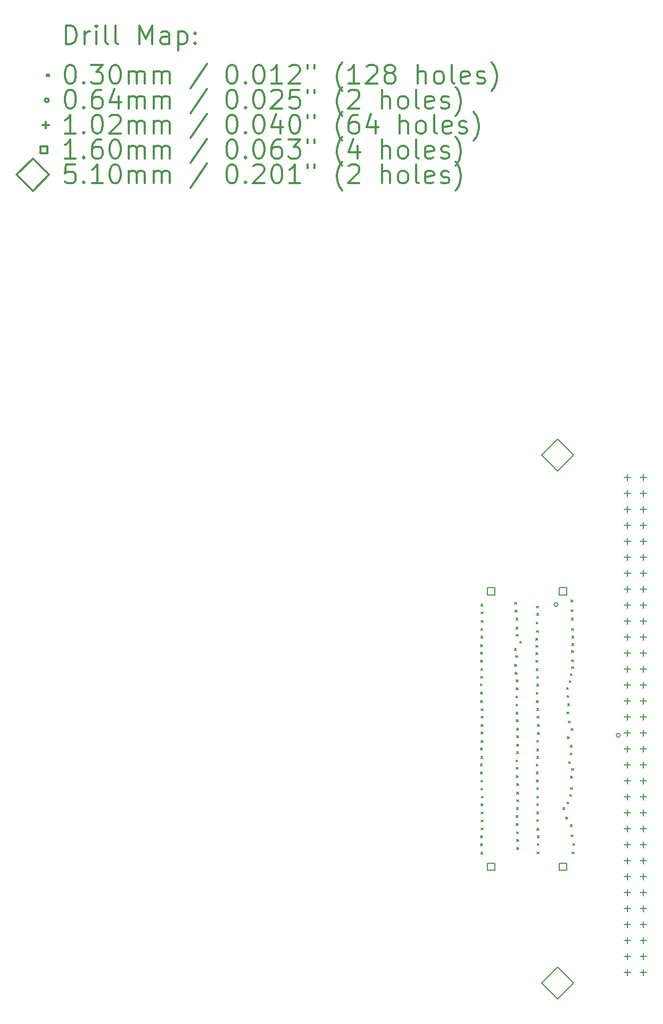
<source format=gbr>
%FSLAX45Y45*%
G04 Gerber Fmt 4.5, Leading zero omitted, Abs format (unit mm)*
G04 Created by KiCad (PCBNEW 4.0.4-stable) date 11/09/16 23:44:36*
%MOMM*%
%LPD*%
G01*
G04 APERTURE LIST*
%ADD10C,0.127000*%
%ADD11C,0.200000*%
%ADD12C,0.300000*%
G04 APERTURE END LIST*
D10*
D11*
X267000Y-4442000D02*
X297000Y-4472000D01*
X297000Y-4442000D02*
X267000Y-4472000D01*
X267000Y-5713000D02*
X297000Y-5743000D01*
X297000Y-5713000D02*
X267000Y-5743000D01*
X269000Y-3819000D02*
X299000Y-3849000D01*
X299000Y-3819000D02*
X269000Y-3849000D01*
X269000Y-6859000D02*
X299000Y-6889000D01*
X299000Y-6859000D02*
X269000Y-6889000D01*
X270000Y-4706000D02*
X300000Y-4736000D01*
X300000Y-4706000D02*
X270000Y-4736000D01*
X270000Y-5462000D02*
X300000Y-5492000D01*
X300000Y-5462000D02*
X270000Y-5492000D01*
X271000Y-3936000D02*
X301000Y-3966000D01*
X301000Y-3936000D02*
X271000Y-3966000D01*
X272000Y-5843000D02*
X302000Y-5873000D01*
X302000Y-5843000D02*
X272000Y-5873000D01*
X272000Y-6986000D02*
X302000Y-7016000D01*
X302000Y-6986000D02*
X272000Y-7016000D01*
X273000Y-4064000D02*
X303000Y-4094000D01*
X303000Y-4064000D02*
X273000Y-4094000D01*
X273000Y-4320000D02*
X303000Y-4350000D01*
X303000Y-4320000D02*
X273000Y-4350000D01*
X273000Y-4572000D02*
X303000Y-4602000D01*
X303000Y-4572000D02*
X273000Y-4602000D01*
X274000Y-5595000D02*
X304000Y-5625000D01*
X304000Y-5595000D02*
X274000Y-5625000D01*
X274000Y-6099000D02*
X304000Y-6129000D01*
X304000Y-6099000D02*
X274000Y-6129000D01*
X275000Y-3176000D02*
X305000Y-3206000D01*
X305000Y-3176000D02*
X275000Y-3206000D01*
X276000Y-3560000D02*
X306000Y-3590000D01*
X306000Y-3560000D02*
X276000Y-3590000D01*
X276000Y-5971000D02*
X306000Y-6001000D01*
X306000Y-5971000D02*
X276000Y-6001000D01*
X277000Y-3684000D02*
X307000Y-3714000D01*
X307000Y-3684000D02*
X277000Y-3714000D01*
X277000Y-4195000D02*
X307000Y-4225000D01*
X307000Y-4195000D02*
X277000Y-4225000D01*
X277000Y-7119000D02*
X307000Y-7149000D01*
X307000Y-7119000D02*
X277000Y-7149000D01*
X278000Y-4838000D02*
X308000Y-4868000D01*
X308000Y-4838000D02*
X278000Y-4868000D01*
X278000Y-5208000D02*
X308000Y-5238000D01*
X308000Y-5208000D02*
X278000Y-5238000D01*
X278000Y-5341000D02*
X308000Y-5371000D01*
X308000Y-5341000D02*
X278000Y-5371000D01*
X278000Y-6479000D02*
X308000Y-6509000D01*
X308000Y-6479000D02*
X278000Y-6509000D01*
X278000Y-6607000D02*
X308000Y-6637000D01*
X308000Y-6607000D02*
X278000Y-6637000D01*
X278000Y-6733000D02*
X308000Y-6763000D01*
X308000Y-6733000D02*
X278000Y-6763000D01*
X279000Y-4957000D02*
X309000Y-4987000D01*
X309000Y-4957000D02*
X279000Y-4987000D01*
X279000Y-5087000D02*
X309000Y-5117000D01*
X309000Y-5087000D02*
X279000Y-5117000D01*
X280000Y-3431000D02*
X310000Y-3461000D01*
X310000Y-3431000D02*
X280000Y-3461000D01*
X281000Y-3297000D02*
X311000Y-3327000D01*
X311000Y-3297000D02*
X281000Y-3327000D01*
X281000Y-6351000D02*
X311000Y-6381000D01*
X311000Y-6351000D02*
X281000Y-6381000D01*
X285000Y-6225000D02*
X315000Y-6255000D01*
X315000Y-6225000D02*
X285000Y-6255000D01*
X807000Y-3879000D02*
X837000Y-3909000D01*
X837000Y-3879000D02*
X807000Y-3909000D01*
X813000Y-4132000D02*
X843000Y-4162000D01*
X843000Y-4132000D02*
X813000Y-4162000D01*
X814000Y-3146000D02*
X844000Y-3176000D01*
X844000Y-3146000D02*
X814000Y-3176000D01*
X820000Y-3266000D02*
X850000Y-3296000D01*
X850000Y-3266000D02*
X820000Y-3296000D01*
X822000Y-4260000D02*
X852000Y-4290000D01*
X852000Y-4260000D02*
X822000Y-4290000D01*
X831000Y-3993000D02*
X861000Y-4023000D01*
X861000Y-3993000D02*
X831000Y-4023000D01*
X833000Y-4636000D02*
X863000Y-4666000D01*
X863000Y-4636000D02*
X833000Y-4666000D01*
X834000Y-3537000D02*
X864000Y-3567000D01*
X864000Y-3537000D02*
X834000Y-3567000D01*
X834000Y-4762000D02*
X864000Y-4792000D01*
X864000Y-4762000D02*
X834000Y-4792000D01*
X835000Y-3395000D02*
X865000Y-3425000D01*
X865000Y-3395000D02*
X835000Y-3425000D01*
X836000Y-4895000D02*
X866000Y-4925000D01*
X866000Y-4895000D02*
X836000Y-4925000D01*
X836000Y-5652000D02*
X866000Y-5682000D01*
X866000Y-5652000D02*
X836000Y-5682000D01*
X836000Y-6536000D02*
X866000Y-6566000D01*
X866000Y-6536000D02*
X836000Y-6566000D01*
X837000Y-3652000D02*
X867000Y-3682000D01*
X867000Y-3652000D02*
X837000Y-3682000D01*
X837000Y-4505000D02*
X867000Y-4535000D01*
X867000Y-4505000D02*
X837000Y-4535000D01*
X838000Y-5014000D02*
X868000Y-5044000D01*
X868000Y-5014000D02*
X838000Y-5044000D01*
X839000Y-5770000D02*
X869000Y-5800000D01*
X869000Y-5770000D02*
X839000Y-5800000D01*
X839000Y-5899000D02*
X869000Y-5929000D01*
X869000Y-5899000D02*
X839000Y-5929000D01*
X839000Y-6665000D02*
X869000Y-6695000D01*
X869000Y-6665000D02*
X839000Y-6695000D01*
X840000Y-4376000D02*
X870000Y-4406000D01*
X870000Y-4376000D02*
X840000Y-4406000D01*
X842000Y-6794000D02*
X872000Y-6824000D01*
X872000Y-6794000D02*
X842000Y-6824000D01*
X843000Y-5146000D02*
X873000Y-5176000D01*
X873000Y-5146000D02*
X843000Y-5176000D01*
X843000Y-5519000D02*
X873000Y-5549000D01*
X873000Y-5519000D02*
X843000Y-5549000D01*
X843000Y-6408000D02*
X873000Y-6438000D01*
X873000Y-6408000D02*
X843000Y-6438000D01*
X845000Y-5266000D02*
X875000Y-5296000D01*
X875000Y-5266000D02*
X845000Y-5296000D01*
X845000Y-6163000D02*
X875000Y-6193000D01*
X875000Y-6163000D02*
X845000Y-6193000D01*
X846000Y-5402000D02*
X876000Y-5432000D01*
X876000Y-5402000D02*
X846000Y-5432000D01*
X846000Y-6285000D02*
X876000Y-6315000D01*
X876000Y-6285000D02*
X846000Y-6315000D01*
X846000Y-7045000D02*
X876000Y-7075000D01*
X876000Y-7045000D02*
X846000Y-7075000D01*
X847000Y-6916000D02*
X877000Y-6946000D01*
X877000Y-6916000D02*
X847000Y-6946000D01*
X848000Y-6029000D02*
X878000Y-6059000D01*
X878000Y-6029000D02*
X848000Y-6059000D01*
X893000Y-3765000D02*
X923000Y-3795000D01*
X923000Y-3765000D02*
X893000Y-3795000D01*
X1150000Y-3715000D02*
X1180000Y-3745000D01*
X1180000Y-3715000D02*
X1150000Y-3745000D01*
X1150000Y-3944000D02*
X1180000Y-3974000D01*
X1180000Y-3944000D02*
X1150000Y-3974000D01*
X1153000Y-3829000D02*
X1183000Y-3859000D01*
X1183000Y-3829000D02*
X1153000Y-3859000D01*
X1153000Y-4066000D02*
X1183000Y-4096000D01*
X1183000Y-4066000D02*
X1153000Y-4096000D01*
X1154000Y-3459000D02*
X1184000Y-3489000D01*
X1184000Y-3459000D02*
X1154000Y-3489000D01*
X1154000Y-5718000D02*
X1184000Y-5748000D01*
X1184000Y-5718000D02*
X1154000Y-5748000D01*
X1156000Y-5843000D02*
X1186000Y-5873000D01*
X1186000Y-5843000D02*
X1156000Y-5873000D01*
X1157000Y-4200000D02*
X1187000Y-4230000D01*
X1187000Y-4200000D02*
X1157000Y-4230000D01*
X1157000Y-4576000D02*
X1187000Y-4606000D01*
X1187000Y-4576000D02*
X1157000Y-4606000D01*
X1158000Y-3205000D02*
X1188000Y-3235000D01*
X1188000Y-3205000D02*
X1158000Y-3235000D01*
X1158000Y-3595000D02*
X1188000Y-3625000D01*
X1188000Y-3595000D02*
X1158000Y-3625000D01*
X1159000Y-4708000D02*
X1189000Y-4738000D01*
X1189000Y-4708000D02*
X1159000Y-4738000D01*
X1159000Y-5967000D02*
X1189000Y-5997000D01*
X1189000Y-5967000D02*
X1159000Y-5997000D01*
X1163000Y-4320000D02*
X1193000Y-4350000D01*
X1193000Y-4320000D02*
X1163000Y-4350000D01*
X1163000Y-5336000D02*
X1193000Y-5366000D01*
X1193000Y-5336000D02*
X1163000Y-5366000D01*
X1163000Y-5594000D02*
X1193000Y-5624000D01*
X1193000Y-5594000D02*
X1163000Y-5624000D01*
X1163000Y-6475000D02*
X1193000Y-6505000D01*
X1193000Y-6475000D02*
X1163000Y-6505000D01*
X1165000Y-3320000D02*
X1195000Y-3350000D01*
X1195000Y-3320000D02*
X1165000Y-3350000D01*
X1165000Y-4445000D02*
X1195000Y-4475000D01*
X1195000Y-4445000D02*
X1165000Y-4475000D01*
X1165000Y-4836000D02*
X1195000Y-4866000D01*
X1195000Y-4836000D02*
X1165000Y-4866000D01*
X1165000Y-5476000D02*
X1195000Y-5506000D01*
X1195000Y-5476000D02*
X1165000Y-5506000D01*
X1165000Y-6091000D02*
X1195000Y-6121000D01*
X1195000Y-6091000D02*
X1165000Y-6121000D01*
X1165000Y-6225000D02*
X1195000Y-6255000D01*
X1195000Y-6225000D02*
X1165000Y-6255000D01*
X1165000Y-6344000D02*
X1195000Y-6374000D01*
X1195000Y-6344000D02*
X1165000Y-6374000D01*
X1165000Y-6600000D02*
X1195000Y-6630000D01*
X1195000Y-6600000D02*
X1165000Y-6630000D01*
X1167000Y-4955000D02*
X1197000Y-4985000D01*
X1197000Y-4955000D02*
X1167000Y-4985000D01*
X1167000Y-6737000D02*
X1197000Y-6767000D01*
X1197000Y-6737000D02*
X1167000Y-6767000D01*
X1170000Y-7116000D02*
X1200000Y-7146000D01*
X1200000Y-7116000D02*
X1170000Y-7146000D01*
X1174000Y-6856000D02*
X1204000Y-6886000D01*
X1204000Y-6856000D02*
X1174000Y-6886000D01*
X1174000Y-6980000D02*
X1204000Y-7010000D01*
X1204000Y-6980000D02*
X1174000Y-7010000D01*
X1175000Y-5089000D02*
X1205000Y-5119000D01*
X1205000Y-5089000D02*
X1175000Y-5119000D01*
X1175000Y-5213000D02*
X1205000Y-5243000D01*
X1205000Y-5213000D02*
X1175000Y-5243000D01*
X1578590Y-6409999D02*
X1608590Y-6439999D01*
X1608590Y-6409999D02*
X1578590Y-6439999D01*
X1623965Y-6559999D02*
X1653965Y-6589999D01*
X1653965Y-6559999D02*
X1623965Y-6589999D01*
X1636608Y-4498109D02*
X1666608Y-4528109D01*
X1666608Y-4498109D02*
X1636608Y-4528109D01*
X1641863Y-4891001D02*
X1671863Y-4921001D01*
X1671863Y-4891001D02*
X1641863Y-4921001D01*
X1646608Y-4625608D02*
X1676608Y-4655608D01*
X1676608Y-4625608D02*
X1646608Y-4655608D01*
X1647087Y-6319313D02*
X1677087Y-6349313D01*
X1677087Y-6319313D02*
X1647087Y-6349313D01*
X1653232Y-5280999D02*
X1683232Y-5310999D01*
X1683232Y-5280999D02*
X1653232Y-5310999D01*
X1654108Y-4758108D02*
X1684108Y-4788108D01*
X1684108Y-4758108D02*
X1654108Y-4788108D01*
X1667366Y-5031639D02*
X1697366Y-5061639D01*
X1697366Y-5031639D02*
X1667366Y-5061639D01*
X1671426Y-5676175D02*
X1701426Y-5706175D01*
X1701426Y-5676175D02*
X1671426Y-5706175D01*
X1680332Y-4388992D02*
X1710332Y-4418992D01*
X1710332Y-4388992D02*
X1680332Y-4418992D01*
X1687722Y-6200764D02*
X1717722Y-6230764D01*
X1717722Y-6200764D02*
X1687722Y-6230764D01*
X1696000Y-6679999D02*
X1726000Y-6709999D01*
X1726000Y-6679999D02*
X1696000Y-6709999D01*
X1696485Y-5539999D02*
X1726485Y-5569999D01*
X1726485Y-5539999D02*
X1696485Y-5569999D01*
X1696632Y-5419999D02*
X1726632Y-5449999D01*
X1726632Y-5419999D02*
X1696632Y-5449999D01*
X1696787Y-4278990D02*
X1726787Y-4308990D01*
X1726787Y-4278990D02*
X1696787Y-4308990D01*
X1702193Y-6090762D02*
X1732193Y-6120762D01*
X1732193Y-6090762D02*
X1702193Y-6120762D01*
X1703000Y-5909999D02*
X1733000Y-5939999D01*
X1733000Y-5909999D02*
X1703000Y-5939999D01*
X1710000Y-3107299D02*
X1740000Y-3137299D01*
X1740000Y-3107299D02*
X1710000Y-3137299D01*
X1711246Y-6843463D02*
X1741246Y-6873463D01*
X1741246Y-6843463D02*
X1711246Y-6873463D01*
X1712000Y-3262299D02*
X1742000Y-3292299D01*
X1742000Y-3262299D02*
X1712000Y-3292299D01*
X1712612Y-5149999D02*
X1742612Y-5179999D01*
X1742612Y-5149999D02*
X1712612Y-5179999D01*
X1715000Y-3395000D02*
X1745000Y-3425000D01*
X1745000Y-3395000D02*
X1715000Y-3425000D01*
X1717000Y-4058988D02*
X1747000Y-4088988D01*
X1747000Y-4058988D02*
X1717000Y-4088988D01*
X1717664Y-5787999D02*
X1747664Y-5817999D01*
X1747664Y-5787999D02*
X1717664Y-5817999D01*
X1719597Y-4168989D02*
X1749597Y-4198989D01*
X1749597Y-4168989D02*
X1719597Y-4198989D01*
X1720000Y-3561000D02*
X1750000Y-3591000D01*
X1750000Y-3561000D02*
X1720000Y-3591000D01*
X1721000Y-3913000D02*
X1751000Y-3943000D01*
X1751000Y-3913000D02*
X1721000Y-3943000D01*
X1723000Y-3799000D02*
X1753000Y-3829000D01*
X1753000Y-3799000D02*
X1723000Y-3829000D01*
X1724000Y-3682000D02*
X1754000Y-3712000D01*
X1754000Y-3682000D02*
X1724000Y-3712000D01*
X1727000Y-7116000D02*
X1757000Y-7146000D01*
X1757000Y-7116000D02*
X1727000Y-7146000D01*
X1740364Y-6979999D02*
X1770364Y-7009999D01*
X1770364Y-6979999D02*
X1740364Y-7009999D01*
X1501750Y-3180000D02*
G75*
G03X1501750Y-3180000I-31750J0D01*
G01*
X2492880Y-5259909D02*
G75*
G03X2492880Y-5259909I-31750J0D01*
G01*
X2606000Y-1103200D02*
X2606000Y-1204800D01*
X2555200Y-1154000D02*
X2656800Y-1154000D01*
X2606000Y-1357200D02*
X2606000Y-1458800D01*
X2555200Y-1408000D02*
X2656800Y-1408000D01*
X2606000Y-1611200D02*
X2606000Y-1712800D01*
X2555200Y-1662000D02*
X2656800Y-1662000D01*
X2606000Y-1865200D02*
X2606000Y-1966800D01*
X2555200Y-1916000D02*
X2656800Y-1916000D01*
X2606000Y-2119200D02*
X2606000Y-2220800D01*
X2555200Y-2170000D02*
X2656800Y-2170000D01*
X2606000Y-2373200D02*
X2606000Y-2474800D01*
X2555200Y-2424000D02*
X2656800Y-2424000D01*
X2606000Y-2627200D02*
X2606000Y-2728800D01*
X2555200Y-2678000D02*
X2656800Y-2678000D01*
X2606000Y-2881200D02*
X2606000Y-2982800D01*
X2555200Y-2932000D02*
X2656800Y-2932000D01*
X2606000Y-3135200D02*
X2606000Y-3236800D01*
X2555200Y-3186000D02*
X2656800Y-3186000D01*
X2606000Y-3389200D02*
X2606000Y-3490800D01*
X2555200Y-3440000D02*
X2656800Y-3440000D01*
X2606000Y-3643200D02*
X2606000Y-3744800D01*
X2555200Y-3694000D02*
X2656800Y-3694000D01*
X2606000Y-3897200D02*
X2606000Y-3998800D01*
X2555200Y-3948000D02*
X2656800Y-3948000D01*
X2606000Y-4151200D02*
X2606000Y-4252800D01*
X2555200Y-4202000D02*
X2656800Y-4202000D01*
X2606000Y-4405200D02*
X2606000Y-4506800D01*
X2555200Y-4456000D02*
X2656800Y-4456000D01*
X2606000Y-4659200D02*
X2606000Y-4760800D01*
X2555200Y-4710000D02*
X2656800Y-4710000D01*
X2606000Y-4913200D02*
X2606000Y-5014800D01*
X2555200Y-4964000D02*
X2656800Y-4964000D01*
X2606000Y-5167200D02*
X2606000Y-5268800D01*
X2555200Y-5218000D02*
X2656800Y-5218000D01*
X2606000Y-5421200D02*
X2606000Y-5522800D01*
X2555200Y-5472000D02*
X2656800Y-5472000D01*
X2606000Y-5675200D02*
X2606000Y-5776800D01*
X2555200Y-5726000D02*
X2656800Y-5726000D01*
X2606000Y-5929200D02*
X2606000Y-6030800D01*
X2555200Y-5980000D02*
X2656800Y-5980000D01*
X2606000Y-6183200D02*
X2606000Y-6284800D01*
X2555200Y-6234000D02*
X2656800Y-6234000D01*
X2606000Y-6437200D02*
X2606000Y-6538800D01*
X2555200Y-6488000D02*
X2656800Y-6488000D01*
X2606000Y-6691200D02*
X2606000Y-6792800D01*
X2555200Y-6742000D02*
X2656800Y-6742000D01*
X2606000Y-6945200D02*
X2606000Y-7046800D01*
X2555200Y-6996000D02*
X2656800Y-6996000D01*
X2606000Y-7199200D02*
X2606000Y-7300800D01*
X2555200Y-7250000D02*
X2656800Y-7250000D01*
X2606000Y-7453200D02*
X2606000Y-7554800D01*
X2555200Y-7504000D02*
X2656800Y-7504000D01*
X2606000Y-7707200D02*
X2606000Y-7808800D01*
X2555200Y-7758000D02*
X2656800Y-7758000D01*
X2606000Y-7961200D02*
X2606000Y-8062800D01*
X2555200Y-8012000D02*
X2656800Y-8012000D01*
X2606000Y-8215200D02*
X2606000Y-8316800D01*
X2555200Y-8266000D02*
X2656800Y-8266000D01*
X2606000Y-8469200D02*
X2606000Y-8570800D01*
X2555200Y-8520000D02*
X2656800Y-8520000D01*
X2606000Y-8723200D02*
X2606000Y-8824800D01*
X2555200Y-8774000D02*
X2656800Y-8774000D01*
X2606000Y-8977200D02*
X2606000Y-9078800D01*
X2555200Y-9028000D02*
X2656800Y-9028000D01*
X2860000Y-1103200D02*
X2860000Y-1204800D01*
X2809200Y-1154000D02*
X2910800Y-1154000D01*
X2860000Y-1357200D02*
X2860000Y-1458800D01*
X2809200Y-1408000D02*
X2910800Y-1408000D01*
X2860000Y-1611200D02*
X2860000Y-1712800D01*
X2809200Y-1662000D02*
X2910800Y-1662000D01*
X2860000Y-1865200D02*
X2860000Y-1966800D01*
X2809200Y-1916000D02*
X2910800Y-1916000D01*
X2860000Y-2119200D02*
X2860000Y-2220800D01*
X2809200Y-2170000D02*
X2910800Y-2170000D01*
X2860000Y-2373200D02*
X2860000Y-2474800D01*
X2809200Y-2424000D02*
X2910800Y-2424000D01*
X2860000Y-2627200D02*
X2860000Y-2728800D01*
X2809200Y-2678000D02*
X2910800Y-2678000D01*
X2860000Y-2881200D02*
X2860000Y-2982800D01*
X2809200Y-2932000D02*
X2910800Y-2932000D01*
X2860000Y-3135200D02*
X2860000Y-3236800D01*
X2809200Y-3186000D02*
X2910800Y-3186000D01*
X2860000Y-3389200D02*
X2860000Y-3490800D01*
X2809200Y-3440000D02*
X2910800Y-3440000D01*
X2860000Y-3643200D02*
X2860000Y-3744800D01*
X2809200Y-3694000D02*
X2910800Y-3694000D01*
X2860000Y-3897200D02*
X2860000Y-3998800D01*
X2809200Y-3948000D02*
X2910800Y-3948000D01*
X2860000Y-4151200D02*
X2860000Y-4252800D01*
X2809200Y-4202000D02*
X2910800Y-4202000D01*
X2860000Y-4405200D02*
X2860000Y-4506800D01*
X2809200Y-4456000D02*
X2910800Y-4456000D01*
X2860000Y-4659200D02*
X2860000Y-4760800D01*
X2809200Y-4710000D02*
X2910800Y-4710000D01*
X2860000Y-4913200D02*
X2860000Y-5014800D01*
X2809200Y-4964000D02*
X2910800Y-4964000D01*
X2860000Y-5167200D02*
X2860000Y-5268800D01*
X2809200Y-5218000D02*
X2910800Y-5218000D01*
X2860000Y-5421200D02*
X2860000Y-5522800D01*
X2809200Y-5472000D02*
X2910800Y-5472000D01*
X2860000Y-5675200D02*
X2860000Y-5776800D01*
X2809200Y-5726000D02*
X2910800Y-5726000D01*
X2860000Y-5929200D02*
X2860000Y-6030800D01*
X2809200Y-5980000D02*
X2910800Y-5980000D01*
X2860000Y-6183200D02*
X2860000Y-6284800D01*
X2809200Y-6234000D02*
X2910800Y-6234000D01*
X2860000Y-6437200D02*
X2860000Y-6538800D01*
X2809200Y-6488000D02*
X2910800Y-6488000D01*
X2860000Y-6691200D02*
X2860000Y-6792800D01*
X2809200Y-6742000D02*
X2910800Y-6742000D01*
X2860000Y-6945200D02*
X2860000Y-7046800D01*
X2809200Y-6996000D02*
X2910800Y-6996000D01*
X2860000Y-7199200D02*
X2860000Y-7300800D01*
X2809200Y-7250000D02*
X2910800Y-7250000D01*
X2860000Y-7453200D02*
X2860000Y-7554800D01*
X2809200Y-7504000D02*
X2910800Y-7504000D01*
X2860000Y-7707200D02*
X2860000Y-7808800D01*
X2809200Y-7758000D02*
X2910800Y-7758000D01*
X2860000Y-7961200D02*
X2860000Y-8062800D01*
X2809200Y-8012000D02*
X2910800Y-8012000D01*
X2860000Y-8215200D02*
X2860000Y-8316800D01*
X2809200Y-8266000D02*
X2910800Y-8266000D01*
X2860000Y-8469200D02*
X2860000Y-8570800D01*
X2809200Y-8520000D02*
X2910800Y-8520000D01*
X2860000Y-8723200D02*
X2860000Y-8824800D01*
X2809200Y-8774000D02*
X2910800Y-8774000D01*
X2860000Y-8977200D02*
X2860000Y-9078800D01*
X2809200Y-9028000D02*
X2910800Y-9028000D01*
X495569Y-3027569D02*
X495569Y-2914431D01*
X382431Y-2914431D01*
X382431Y-3027569D01*
X495569Y-3027569D01*
X495569Y-7406569D02*
X495569Y-7293431D01*
X382431Y-7293431D01*
X382431Y-7406569D01*
X495569Y-7406569D01*
X1638569Y-3027569D02*
X1638569Y-2914431D01*
X1525431Y-2914431D01*
X1525431Y-3027569D01*
X1638569Y-3027569D01*
X1638569Y-7406569D02*
X1638569Y-7293431D01*
X1525431Y-7293431D01*
X1525431Y-7406569D01*
X1638569Y-7406569D01*
X1500000Y-1055000D02*
X1755000Y-800000D01*
X1500000Y-545000D01*
X1245000Y-800000D01*
X1500000Y-1055000D01*
X1500000Y-9455000D02*
X1755000Y-9200000D01*
X1500000Y-8945000D01*
X1245000Y-9200000D01*
X1500000Y-9455000D01*
D12*
X-6328571Y5734286D02*
X-6328571Y6034286D01*
X-6257143Y6034286D01*
X-6214286Y6020000D01*
X-6185714Y5991429D01*
X-6171429Y5962857D01*
X-6157143Y5905714D01*
X-6157143Y5862857D01*
X-6171429Y5805714D01*
X-6185714Y5777143D01*
X-6214286Y5748571D01*
X-6257143Y5734286D01*
X-6328571Y5734286D01*
X-6028571Y5734286D02*
X-6028571Y5934286D01*
X-6028571Y5877143D02*
X-6014286Y5905714D01*
X-6000000Y5920000D01*
X-5971429Y5934286D01*
X-5942857Y5934286D01*
X-5842857Y5734286D02*
X-5842857Y5934286D01*
X-5842857Y6034286D02*
X-5857143Y6020000D01*
X-5842857Y6005714D01*
X-5828571Y6020000D01*
X-5842857Y6034286D01*
X-5842857Y6005714D01*
X-5657143Y5734286D02*
X-5685714Y5748571D01*
X-5700000Y5777143D01*
X-5700000Y6034286D01*
X-5500000Y5734286D02*
X-5528571Y5748571D01*
X-5542857Y5777143D01*
X-5542857Y6034286D01*
X-5157143Y5734286D02*
X-5157143Y6034286D01*
X-5057143Y5820000D01*
X-4957143Y6034286D01*
X-4957143Y5734286D01*
X-4685714Y5734286D02*
X-4685714Y5891429D01*
X-4700000Y5920000D01*
X-4728571Y5934286D01*
X-4785714Y5934286D01*
X-4814286Y5920000D01*
X-4685714Y5748571D02*
X-4714286Y5734286D01*
X-4785714Y5734286D01*
X-4814286Y5748571D01*
X-4828571Y5777143D01*
X-4828571Y5805714D01*
X-4814286Y5834286D01*
X-4785714Y5848571D01*
X-4714286Y5848571D01*
X-4685714Y5862857D01*
X-4542857Y5934286D02*
X-4542857Y5634286D01*
X-4542857Y5920000D02*
X-4514286Y5934286D01*
X-4457143Y5934286D01*
X-4428571Y5920000D01*
X-4414286Y5905714D01*
X-4400000Y5877143D01*
X-4400000Y5791429D01*
X-4414286Y5762857D01*
X-4428571Y5748571D01*
X-4457143Y5734286D01*
X-4514286Y5734286D01*
X-4542857Y5748571D01*
X-4271429Y5762857D02*
X-4257143Y5748571D01*
X-4271429Y5734286D01*
X-4285714Y5748571D01*
X-4271429Y5762857D01*
X-4271429Y5734286D01*
X-4271429Y5920000D02*
X-4257143Y5905714D01*
X-4271429Y5891429D01*
X-4285714Y5905714D01*
X-4271429Y5920000D01*
X-4271429Y5891429D01*
X-6630000Y5255000D02*
X-6600000Y5225000D01*
X-6600000Y5255000D02*
X-6630000Y5225000D01*
X-6271429Y5404286D02*
X-6242857Y5404286D01*
X-6214286Y5390000D01*
X-6200000Y5375714D01*
X-6185714Y5347143D01*
X-6171429Y5290000D01*
X-6171429Y5218571D01*
X-6185714Y5161429D01*
X-6200000Y5132857D01*
X-6214286Y5118571D01*
X-6242857Y5104286D01*
X-6271429Y5104286D01*
X-6300000Y5118571D01*
X-6314286Y5132857D01*
X-6328571Y5161429D01*
X-6342857Y5218571D01*
X-6342857Y5290000D01*
X-6328571Y5347143D01*
X-6314286Y5375714D01*
X-6300000Y5390000D01*
X-6271429Y5404286D01*
X-6042857Y5132857D02*
X-6028571Y5118571D01*
X-6042857Y5104286D01*
X-6057143Y5118571D01*
X-6042857Y5132857D01*
X-6042857Y5104286D01*
X-5928571Y5404286D02*
X-5742857Y5404286D01*
X-5842857Y5290000D01*
X-5800000Y5290000D01*
X-5771429Y5275714D01*
X-5757143Y5261429D01*
X-5742857Y5232857D01*
X-5742857Y5161429D01*
X-5757143Y5132857D01*
X-5771429Y5118571D01*
X-5800000Y5104286D01*
X-5885714Y5104286D01*
X-5914286Y5118571D01*
X-5928571Y5132857D01*
X-5557143Y5404286D02*
X-5528571Y5404286D01*
X-5500000Y5390000D01*
X-5485714Y5375714D01*
X-5471429Y5347143D01*
X-5457143Y5290000D01*
X-5457143Y5218571D01*
X-5471429Y5161429D01*
X-5485714Y5132857D01*
X-5500000Y5118571D01*
X-5528571Y5104286D01*
X-5557143Y5104286D01*
X-5585714Y5118571D01*
X-5600000Y5132857D01*
X-5614286Y5161429D01*
X-5628571Y5218571D01*
X-5628571Y5290000D01*
X-5614286Y5347143D01*
X-5600000Y5375714D01*
X-5585714Y5390000D01*
X-5557143Y5404286D01*
X-5328571Y5104286D02*
X-5328571Y5304286D01*
X-5328571Y5275714D02*
X-5314286Y5290000D01*
X-5285714Y5304286D01*
X-5242857Y5304286D01*
X-5214286Y5290000D01*
X-5200000Y5261429D01*
X-5200000Y5104286D01*
X-5200000Y5261429D02*
X-5185714Y5290000D01*
X-5157143Y5304286D01*
X-5114286Y5304286D01*
X-5085714Y5290000D01*
X-5071429Y5261429D01*
X-5071429Y5104286D01*
X-4928571Y5104286D02*
X-4928571Y5304286D01*
X-4928571Y5275714D02*
X-4914286Y5290000D01*
X-4885714Y5304286D01*
X-4842857Y5304286D01*
X-4814286Y5290000D01*
X-4800000Y5261429D01*
X-4800000Y5104286D01*
X-4800000Y5261429D02*
X-4785714Y5290000D01*
X-4757143Y5304286D01*
X-4714286Y5304286D01*
X-4685714Y5290000D01*
X-4671429Y5261429D01*
X-4671429Y5104286D01*
X-4085714Y5418571D02*
X-4342857Y5032857D01*
X-3700000Y5404286D02*
X-3671429Y5404286D01*
X-3642857Y5390000D01*
X-3628571Y5375714D01*
X-3614286Y5347143D01*
X-3600000Y5290000D01*
X-3600000Y5218571D01*
X-3614286Y5161429D01*
X-3628571Y5132857D01*
X-3642857Y5118571D01*
X-3671429Y5104286D01*
X-3700000Y5104286D01*
X-3728571Y5118571D01*
X-3742857Y5132857D01*
X-3757143Y5161429D01*
X-3771429Y5218571D01*
X-3771429Y5290000D01*
X-3757143Y5347143D01*
X-3742857Y5375714D01*
X-3728571Y5390000D01*
X-3700000Y5404286D01*
X-3471429Y5132857D02*
X-3457143Y5118571D01*
X-3471429Y5104286D01*
X-3485714Y5118571D01*
X-3471429Y5132857D01*
X-3471429Y5104286D01*
X-3271429Y5404286D02*
X-3242857Y5404286D01*
X-3214286Y5390000D01*
X-3200000Y5375714D01*
X-3185714Y5347143D01*
X-3171429Y5290000D01*
X-3171429Y5218571D01*
X-3185714Y5161429D01*
X-3200000Y5132857D01*
X-3214286Y5118571D01*
X-3242857Y5104286D01*
X-3271429Y5104286D01*
X-3300000Y5118571D01*
X-3314286Y5132857D01*
X-3328571Y5161429D01*
X-3342857Y5218571D01*
X-3342857Y5290000D01*
X-3328571Y5347143D01*
X-3314286Y5375714D01*
X-3300000Y5390000D01*
X-3271429Y5404286D01*
X-2885714Y5104286D02*
X-3057143Y5104286D01*
X-2971429Y5104286D02*
X-2971429Y5404286D01*
X-3000000Y5361429D01*
X-3028571Y5332857D01*
X-3057143Y5318571D01*
X-2771429Y5375714D02*
X-2757143Y5390000D01*
X-2728572Y5404286D01*
X-2657143Y5404286D01*
X-2628572Y5390000D01*
X-2614286Y5375714D01*
X-2600000Y5347143D01*
X-2600000Y5318571D01*
X-2614286Y5275714D01*
X-2785714Y5104286D01*
X-2600000Y5104286D01*
X-2485714Y5404286D02*
X-2485714Y5347143D01*
X-2371429Y5404286D02*
X-2371429Y5347143D01*
X-1928571Y4990000D02*
X-1942857Y5004286D01*
X-1971429Y5047143D01*
X-1985714Y5075714D01*
X-2000000Y5118571D01*
X-2014286Y5190000D01*
X-2014286Y5247143D01*
X-2000000Y5318571D01*
X-1985714Y5361429D01*
X-1971429Y5390000D01*
X-1942857Y5432857D01*
X-1928571Y5447143D01*
X-1657143Y5104286D02*
X-1828571Y5104286D01*
X-1742857Y5104286D02*
X-1742857Y5404286D01*
X-1771429Y5361429D01*
X-1800000Y5332857D01*
X-1828571Y5318571D01*
X-1542857Y5375714D02*
X-1528571Y5390000D01*
X-1500000Y5404286D01*
X-1428571Y5404286D01*
X-1400000Y5390000D01*
X-1385714Y5375714D01*
X-1371429Y5347143D01*
X-1371429Y5318571D01*
X-1385714Y5275714D01*
X-1557143Y5104286D01*
X-1371429Y5104286D01*
X-1200000Y5275714D02*
X-1228572Y5290000D01*
X-1242857Y5304286D01*
X-1257143Y5332857D01*
X-1257143Y5347143D01*
X-1242857Y5375714D01*
X-1228572Y5390000D01*
X-1200000Y5404286D01*
X-1142857Y5404286D01*
X-1114286Y5390000D01*
X-1100000Y5375714D01*
X-1085714Y5347143D01*
X-1085714Y5332857D01*
X-1100000Y5304286D01*
X-1114286Y5290000D01*
X-1142857Y5275714D01*
X-1200000Y5275714D01*
X-1228572Y5261429D01*
X-1242857Y5247143D01*
X-1257143Y5218571D01*
X-1257143Y5161429D01*
X-1242857Y5132857D01*
X-1228572Y5118571D01*
X-1200000Y5104286D01*
X-1142857Y5104286D01*
X-1114286Y5118571D01*
X-1100000Y5132857D01*
X-1085714Y5161429D01*
X-1085714Y5218571D01*
X-1100000Y5247143D01*
X-1114286Y5261429D01*
X-1142857Y5275714D01*
X-728571Y5104286D02*
X-728571Y5404286D01*
X-600000Y5104286D02*
X-600000Y5261429D01*
X-614286Y5290000D01*
X-642857Y5304286D01*
X-685714Y5304286D01*
X-714286Y5290000D01*
X-728571Y5275714D01*
X-414286Y5104286D02*
X-442857Y5118571D01*
X-457143Y5132857D01*
X-471429Y5161429D01*
X-471429Y5247143D01*
X-457143Y5275714D01*
X-442857Y5290000D01*
X-414286Y5304286D01*
X-371429Y5304286D01*
X-342857Y5290000D01*
X-328572Y5275714D01*
X-314286Y5247143D01*
X-314286Y5161429D01*
X-328572Y5132857D01*
X-342857Y5118571D01*
X-371429Y5104286D01*
X-414286Y5104286D01*
X-142857Y5104286D02*
X-171429Y5118571D01*
X-185714Y5147143D01*
X-185714Y5404286D01*
X85714Y5118571D02*
X57143Y5104286D01*
X0Y5104286D01*
X-28571Y5118571D01*
X-42857Y5147143D01*
X-42857Y5261429D01*
X-28571Y5290000D01*
X0Y5304286D01*
X57143Y5304286D01*
X85714Y5290000D01*
X100000Y5261429D01*
X100000Y5232857D01*
X-42857Y5204286D01*
X214286Y5118571D02*
X242857Y5104286D01*
X300000Y5104286D01*
X328572Y5118571D01*
X342857Y5147143D01*
X342857Y5161429D01*
X328572Y5190000D01*
X300000Y5204286D01*
X257143Y5204286D01*
X228571Y5218571D01*
X214286Y5247143D01*
X214286Y5261429D01*
X228571Y5290000D01*
X257143Y5304286D01*
X300000Y5304286D01*
X328572Y5290000D01*
X442857Y4990000D02*
X457143Y5004286D01*
X485714Y5047143D01*
X500000Y5075714D01*
X514286Y5118571D01*
X528571Y5190000D01*
X528571Y5247143D01*
X514286Y5318571D01*
X500000Y5361429D01*
X485714Y5390000D01*
X457143Y5432857D01*
X442857Y5447143D01*
X-6600000Y4844000D02*
G75*
G03X-6600000Y4844000I-31750J0D01*
G01*
X-6271429Y5008286D02*
X-6242857Y5008286D01*
X-6214286Y4994000D01*
X-6200000Y4979714D01*
X-6185714Y4951143D01*
X-6171429Y4894000D01*
X-6171429Y4822571D01*
X-6185714Y4765429D01*
X-6200000Y4736857D01*
X-6214286Y4722571D01*
X-6242857Y4708286D01*
X-6271429Y4708286D01*
X-6300000Y4722571D01*
X-6314286Y4736857D01*
X-6328571Y4765429D01*
X-6342857Y4822571D01*
X-6342857Y4894000D01*
X-6328571Y4951143D01*
X-6314286Y4979714D01*
X-6300000Y4994000D01*
X-6271429Y5008286D01*
X-6042857Y4736857D02*
X-6028571Y4722571D01*
X-6042857Y4708286D01*
X-6057143Y4722571D01*
X-6042857Y4736857D01*
X-6042857Y4708286D01*
X-5771429Y5008286D02*
X-5828571Y5008286D01*
X-5857143Y4994000D01*
X-5871429Y4979714D01*
X-5900000Y4936857D01*
X-5914286Y4879714D01*
X-5914286Y4765429D01*
X-5900000Y4736857D01*
X-5885714Y4722571D01*
X-5857143Y4708286D01*
X-5800000Y4708286D01*
X-5771429Y4722571D01*
X-5757143Y4736857D01*
X-5742857Y4765429D01*
X-5742857Y4836857D01*
X-5757143Y4865429D01*
X-5771429Y4879714D01*
X-5800000Y4894000D01*
X-5857143Y4894000D01*
X-5885714Y4879714D01*
X-5900000Y4865429D01*
X-5914286Y4836857D01*
X-5485714Y4908286D02*
X-5485714Y4708286D01*
X-5557143Y5022571D02*
X-5628571Y4808286D01*
X-5442857Y4808286D01*
X-5328571Y4708286D02*
X-5328571Y4908286D01*
X-5328571Y4879714D02*
X-5314286Y4894000D01*
X-5285714Y4908286D01*
X-5242857Y4908286D01*
X-5214286Y4894000D01*
X-5200000Y4865429D01*
X-5200000Y4708286D01*
X-5200000Y4865429D02*
X-5185714Y4894000D01*
X-5157143Y4908286D01*
X-5114286Y4908286D01*
X-5085714Y4894000D01*
X-5071429Y4865429D01*
X-5071429Y4708286D01*
X-4928571Y4708286D02*
X-4928571Y4908286D01*
X-4928571Y4879714D02*
X-4914286Y4894000D01*
X-4885714Y4908286D01*
X-4842857Y4908286D01*
X-4814286Y4894000D01*
X-4800000Y4865429D01*
X-4800000Y4708286D01*
X-4800000Y4865429D02*
X-4785714Y4894000D01*
X-4757143Y4908286D01*
X-4714286Y4908286D01*
X-4685714Y4894000D01*
X-4671429Y4865429D01*
X-4671429Y4708286D01*
X-4085714Y5022571D02*
X-4342857Y4636857D01*
X-3700000Y5008286D02*
X-3671429Y5008286D01*
X-3642857Y4994000D01*
X-3628571Y4979714D01*
X-3614286Y4951143D01*
X-3600000Y4894000D01*
X-3600000Y4822571D01*
X-3614286Y4765429D01*
X-3628571Y4736857D01*
X-3642857Y4722571D01*
X-3671429Y4708286D01*
X-3700000Y4708286D01*
X-3728571Y4722571D01*
X-3742857Y4736857D01*
X-3757143Y4765429D01*
X-3771429Y4822571D01*
X-3771429Y4894000D01*
X-3757143Y4951143D01*
X-3742857Y4979714D01*
X-3728571Y4994000D01*
X-3700000Y5008286D01*
X-3471429Y4736857D02*
X-3457143Y4722571D01*
X-3471429Y4708286D01*
X-3485714Y4722571D01*
X-3471429Y4736857D01*
X-3471429Y4708286D01*
X-3271429Y5008286D02*
X-3242857Y5008286D01*
X-3214286Y4994000D01*
X-3200000Y4979714D01*
X-3185714Y4951143D01*
X-3171429Y4894000D01*
X-3171429Y4822571D01*
X-3185714Y4765429D01*
X-3200000Y4736857D01*
X-3214286Y4722571D01*
X-3242857Y4708286D01*
X-3271429Y4708286D01*
X-3300000Y4722571D01*
X-3314286Y4736857D01*
X-3328571Y4765429D01*
X-3342857Y4822571D01*
X-3342857Y4894000D01*
X-3328571Y4951143D01*
X-3314286Y4979714D01*
X-3300000Y4994000D01*
X-3271429Y5008286D01*
X-3057143Y4979714D02*
X-3042857Y4994000D01*
X-3014286Y5008286D01*
X-2942857Y5008286D01*
X-2914286Y4994000D01*
X-2900000Y4979714D01*
X-2885714Y4951143D01*
X-2885714Y4922571D01*
X-2900000Y4879714D01*
X-3071429Y4708286D01*
X-2885714Y4708286D01*
X-2614286Y5008286D02*
X-2757143Y5008286D01*
X-2771429Y4865429D01*
X-2757143Y4879714D01*
X-2728572Y4894000D01*
X-2657143Y4894000D01*
X-2628572Y4879714D01*
X-2614286Y4865429D01*
X-2600000Y4836857D01*
X-2600000Y4765429D01*
X-2614286Y4736857D01*
X-2628572Y4722571D01*
X-2657143Y4708286D01*
X-2728572Y4708286D01*
X-2757143Y4722571D01*
X-2771429Y4736857D01*
X-2485714Y5008286D02*
X-2485714Y4951143D01*
X-2371429Y5008286D02*
X-2371429Y4951143D01*
X-1928571Y4594000D02*
X-1942857Y4608286D01*
X-1971429Y4651143D01*
X-1985714Y4679714D01*
X-2000000Y4722571D01*
X-2014286Y4794000D01*
X-2014286Y4851143D01*
X-2000000Y4922571D01*
X-1985714Y4965429D01*
X-1971429Y4994000D01*
X-1942857Y5036857D01*
X-1928571Y5051143D01*
X-1828571Y4979714D02*
X-1814286Y4994000D01*
X-1785714Y5008286D01*
X-1714286Y5008286D01*
X-1685714Y4994000D01*
X-1671429Y4979714D01*
X-1657143Y4951143D01*
X-1657143Y4922571D01*
X-1671429Y4879714D01*
X-1842857Y4708286D01*
X-1657143Y4708286D01*
X-1300000Y4708286D02*
X-1300000Y5008286D01*
X-1171429Y4708286D02*
X-1171429Y4865429D01*
X-1185714Y4894000D01*
X-1214286Y4908286D01*
X-1257143Y4908286D01*
X-1285714Y4894000D01*
X-1300000Y4879714D01*
X-985714Y4708286D02*
X-1014286Y4722571D01*
X-1028571Y4736857D01*
X-1042857Y4765429D01*
X-1042857Y4851143D01*
X-1028571Y4879714D01*
X-1014286Y4894000D01*
X-985714Y4908286D01*
X-942857Y4908286D01*
X-914286Y4894000D01*
X-900000Y4879714D01*
X-885714Y4851143D01*
X-885714Y4765429D01*
X-900000Y4736857D01*
X-914286Y4722571D01*
X-942857Y4708286D01*
X-985714Y4708286D01*
X-714286Y4708286D02*
X-742857Y4722571D01*
X-757143Y4751143D01*
X-757143Y5008286D01*
X-485714Y4722571D02*
X-514286Y4708286D01*
X-571429Y4708286D01*
X-600000Y4722571D01*
X-614286Y4751143D01*
X-614286Y4865429D01*
X-600000Y4894000D01*
X-571429Y4908286D01*
X-514286Y4908286D01*
X-485714Y4894000D01*
X-471429Y4865429D01*
X-471429Y4836857D01*
X-614286Y4808286D01*
X-357143Y4722571D02*
X-328571Y4708286D01*
X-271429Y4708286D01*
X-242857Y4722571D01*
X-228571Y4751143D01*
X-228571Y4765429D01*
X-242857Y4794000D01*
X-271429Y4808286D01*
X-314286Y4808286D01*
X-342857Y4822571D01*
X-357143Y4851143D01*
X-357143Y4865429D01*
X-342857Y4894000D01*
X-314286Y4908286D01*
X-271429Y4908286D01*
X-242857Y4894000D01*
X-128571Y4594000D02*
X-114286Y4608286D01*
X-85714Y4651143D01*
X-71429Y4679714D01*
X-57143Y4722571D01*
X-42857Y4794000D01*
X-42857Y4851143D01*
X-57143Y4922571D01*
X-71429Y4965429D01*
X-85714Y4994000D01*
X-114286Y5036857D01*
X-128571Y5051143D01*
X-6650800Y4498800D02*
X-6650800Y4397200D01*
X-6701600Y4448000D02*
X-6600000Y4448000D01*
X-6171429Y4312286D02*
X-6342857Y4312286D01*
X-6257143Y4312286D02*
X-6257143Y4612286D01*
X-6285714Y4569429D01*
X-6314286Y4540857D01*
X-6342857Y4526571D01*
X-6042857Y4340857D02*
X-6028571Y4326571D01*
X-6042857Y4312286D01*
X-6057143Y4326571D01*
X-6042857Y4340857D01*
X-6042857Y4312286D01*
X-5842857Y4612286D02*
X-5814286Y4612286D01*
X-5785714Y4598000D01*
X-5771429Y4583714D01*
X-5757143Y4555143D01*
X-5742857Y4498000D01*
X-5742857Y4426571D01*
X-5757143Y4369429D01*
X-5771429Y4340857D01*
X-5785714Y4326571D01*
X-5814286Y4312286D01*
X-5842857Y4312286D01*
X-5871429Y4326571D01*
X-5885714Y4340857D01*
X-5900000Y4369429D01*
X-5914286Y4426571D01*
X-5914286Y4498000D01*
X-5900000Y4555143D01*
X-5885714Y4583714D01*
X-5871429Y4598000D01*
X-5842857Y4612286D01*
X-5628571Y4583714D02*
X-5614286Y4598000D01*
X-5585714Y4612286D01*
X-5514286Y4612286D01*
X-5485714Y4598000D01*
X-5471429Y4583714D01*
X-5457143Y4555143D01*
X-5457143Y4526571D01*
X-5471429Y4483714D01*
X-5642857Y4312286D01*
X-5457143Y4312286D01*
X-5328571Y4312286D02*
X-5328571Y4512286D01*
X-5328571Y4483714D02*
X-5314286Y4498000D01*
X-5285714Y4512286D01*
X-5242857Y4512286D01*
X-5214286Y4498000D01*
X-5200000Y4469429D01*
X-5200000Y4312286D01*
X-5200000Y4469429D02*
X-5185714Y4498000D01*
X-5157143Y4512286D01*
X-5114286Y4512286D01*
X-5085714Y4498000D01*
X-5071429Y4469429D01*
X-5071429Y4312286D01*
X-4928571Y4312286D02*
X-4928571Y4512286D01*
X-4928571Y4483714D02*
X-4914286Y4498000D01*
X-4885714Y4512286D01*
X-4842857Y4512286D01*
X-4814286Y4498000D01*
X-4800000Y4469429D01*
X-4800000Y4312286D01*
X-4800000Y4469429D02*
X-4785714Y4498000D01*
X-4757143Y4512286D01*
X-4714286Y4512286D01*
X-4685714Y4498000D01*
X-4671429Y4469429D01*
X-4671429Y4312286D01*
X-4085714Y4626571D02*
X-4342857Y4240857D01*
X-3700000Y4612286D02*
X-3671429Y4612286D01*
X-3642857Y4598000D01*
X-3628571Y4583714D01*
X-3614286Y4555143D01*
X-3600000Y4498000D01*
X-3600000Y4426571D01*
X-3614286Y4369429D01*
X-3628571Y4340857D01*
X-3642857Y4326571D01*
X-3671429Y4312286D01*
X-3700000Y4312286D01*
X-3728571Y4326571D01*
X-3742857Y4340857D01*
X-3757143Y4369429D01*
X-3771429Y4426571D01*
X-3771429Y4498000D01*
X-3757143Y4555143D01*
X-3742857Y4583714D01*
X-3728571Y4598000D01*
X-3700000Y4612286D01*
X-3471429Y4340857D02*
X-3457143Y4326571D01*
X-3471429Y4312286D01*
X-3485714Y4326571D01*
X-3471429Y4340857D01*
X-3471429Y4312286D01*
X-3271429Y4612286D02*
X-3242857Y4612286D01*
X-3214286Y4598000D01*
X-3200000Y4583714D01*
X-3185714Y4555143D01*
X-3171429Y4498000D01*
X-3171429Y4426571D01*
X-3185714Y4369429D01*
X-3200000Y4340857D01*
X-3214286Y4326571D01*
X-3242857Y4312286D01*
X-3271429Y4312286D01*
X-3300000Y4326571D01*
X-3314286Y4340857D01*
X-3328571Y4369429D01*
X-3342857Y4426571D01*
X-3342857Y4498000D01*
X-3328571Y4555143D01*
X-3314286Y4583714D01*
X-3300000Y4598000D01*
X-3271429Y4612286D01*
X-2914286Y4512286D02*
X-2914286Y4312286D01*
X-2985714Y4626571D02*
X-3057143Y4412286D01*
X-2871429Y4412286D01*
X-2700000Y4612286D02*
X-2671429Y4612286D01*
X-2642857Y4598000D01*
X-2628572Y4583714D01*
X-2614286Y4555143D01*
X-2600000Y4498000D01*
X-2600000Y4426571D01*
X-2614286Y4369429D01*
X-2628572Y4340857D01*
X-2642857Y4326571D01*
X-2671429Y4312286D01*
X-2700000Y4312286D01*
X-2728572Y4326571D01*
X-2742857Y4340857D01*
X-2757143Y4369429D01*
X-2771429Y4426571D01*
X-2771429Y4498000D01*
X-2757143Y4555143D01*
X-2742857Y4583714D01*
X-2728572Y4598000D01*
X-2700000Y4612286D01*
X-2485714Y4612286D02*
X-2485714Y4555143D01*
X-2371429Y4612286D02*
X-2371429Y4555143D01*
X-1928571Y4198000D02*
X-1942857Y4212286D01*
X-1971429Y4255143D01*
X-1985714Y4283714D01*
X-2000000Y4326571D01*
X-2014286Y4398000D01*
X-2014286Y4455143D01*
X-2000000Y4526571D01*
X-1985714Y4569429D01*
X-1971429Y4598000D01*
X-1942857Y4640857D01*
X-1928571Y4655143D01*
X-1685714Y4612286D02*
X-1742857Y4612286D01*
X-1771429Y4598000D01*
X-1785714Y4583714D01*
X-1814286Y4540857D01*
X-1828571Y4483714D01*
X-1828571Y4369429D01*
X-1814286Y4340857D01*
X-1800000Y4326571D01*
X-1771429Y4312286D01*
X-1714286Y4312286D01*
X-1685714Y4326571D01*
X-1671429Y4340857D01*
X-1657143Y4369429D01*
X-1657143Y4440857D01*
X-1671429Y4469429D01*
X-1685714Y4483714D01*
X-1714286Y4498000D01*
X-1771429Y4498000D01*
X-1800000Y4483714D01*
X-1814286Y4469429D01*
X-1828571Y4440857D01*
X-1400000Y4512286D02*
X-1400000Y4312286D01*
X-1471429Y4626571D02*
X-1542857Y4412286D01*
X-1357143Y4412286D01*
X-1014286Y4312286D02*
X-1014286Y4612286D01*
X-885714Y4312286D02*
X-885714Y4469429D01*
X-900000Y4498000D01*
X-928571Y4512286D01*
X-971429Y4512286D01*
X-1000000Y4498000D01*
X-1014286Y4483714D01*
X-700000Y4312286D02*
X-728571Y4326571D01*
X-742857Y4340857D01*
X-757143Y4369429D01*
X-757143Y4455143D01*
X-742857Y4483714D01*
X-728571Y4498000D01*
X-700000Y4512286D01*
X-657143Y4512286D01*
X-628572Y4498000D01*
X-614286Y4483714D01*
X-600000Y4455143D01*
X-600000Y4369429D01*
X-614286Y4340857D01*
X-628572Y4326571D01*
X-657143Y4312286D01*
X-700000Y4312286D01*
X-428571Y4312286D02*
X-457143Y4326571D01*
X-471429Y4355143D01*
X-471429Y4612286D01*
X-200000Y4326571D02*
X-228571Y4312286D01*
X-285714Y4312286D01*
X-314286Y4326571D01*
X-328571Y4355143D01*
X-328571Y4469429D01*
X-314286Y4498000D01*
X-285714Y4512286D01*
X-228571Y4512286D01*
X-200000Y4498000D01*
X-185714Y4469429D01*
X-185714Y4440857D01*
X-328571Y4412286D01*
X-71429Y4326571D02*
X-42857Y4312286D01*
X14286Y4312286D01*
X42857Y4326571D01*
X57143Y4355143D01*
X57143Y4369429D01*
X42857Y4398000D01*
X14286Y4412286D01*
X-28571Y4412286D01*
X-57143Y4426571D01*
X-71429Y4455143D01*
X-71429Y4469429D01*
X-57143Y4498000D01*
X-28571Y4512286D01*
X14286Y4512286D01*
X42857Y4498000D01*
X157143Y4198000D02*
X171429Y4212286D01*
X200000Y4255143D01*
X214286Y4283714D01*
X228571Y4326571D01*
X242857Y4398000D01*
X242857Y4455143D01*
X228571Y4526571D01*
X214286Y4569429D01*
X200000Y4598000D01*
X171429Y4640857D01*
X157143Y4655143D01*
X-6623431Y3995431D02*
X-6623431Y4108569D01*
X-6736569Y4108569D01*
X-6736569Y3995431D01*
X-6623431Y3995431D01*
X-6171429Y3916286D02*
X-6342857Y3916286D01*
X-6257143Y3916286D02*
X-6257143Y4216286D01*
X-6285714Y4173429D01*
X-6314286Y4144857D01*
X-6342857Y4130571D01*
X-6042857Y3944857D02*
X-6028571Y3930571D01*
X-6042857Y3916286D01*
X-6057143Y3930571D01*
X-6042857Y3944857D01*
X-6042857Y3916286D01*
X-5771429Y4216286D02*
X-5828571Y4216286D01*
X-5857143Y4202000D01*
X-5871429Y4187714D01*
X-5900000Y4144857D01*
X-5914286Y4087714D01*
X-5914286Y3973429D01*
X-5900000Y3944857D01*
X-5885714Y3930571D01*
X-5857143Y3916286D01*
X-5800000Y3916286D01*
X-5771429Y3930571D01*
X-5757143Y3944857D01*
X-5742857Y3973429D01*
X-5742857Y4044857D01*
X-5757143Y4073429D01*
X-5771429Y4087714D01*
X-5800000Y4102000D01*
X-5857143Y4102000D01*
X-5885714Y4087714D01*
X-5900000Y4073429D01*
X-5914286Y4044857D01*
X-5557143Y4216286D02*
X-5528571Y4216286D01*
X-5500000Y4202000D01*
X-5485714Y4187714D01*
X-5471429Y4159143D01*
X-5457143Y4102000D01*
X-5457143Y4030571D01*
X-5471429Y3973429D01*
X-5485714Y3944857D01*
X-5500000Y3930571D01*
X-5528571Y3916286D01*
X-5557143Y3916286D01*
X-5585714Y3930571D01*
X-5600000Y3944857D01*
X-5614286Y3973429D01*
X-5628571Y4030571D01*
X-5628571Y4102000D01*
X-5614286Y4159143D01*
X-5600000Y4187714D01*
X-5585714Y4202000D01*
X-5557143Y4216286D01*
X-5328571Y3916286D02*
X-5328571Y4116286D01*
X-5328571Y4087714D02*
X-5314286Y4102000D01*
X-5285714Y4116286D01*
X-5242857Y4116286D01*
X-5214286Y4102000D01*
X-5200000Y4073429D01*
X-5200000Y3916286D01*
X-5200000Y4073429D02*
X-5185714Y4102000D01*
X-5157143Y4116286D01*
X-5114286Y4116286D01*
X-5085714Y4102000D01*
X-5071429Y4073429D01*
X-5071429Y3916286D01*
X-4928571Y3916286D02*
X-4928571Y4116286D01*
X-4928571Y4087714D02*
X-4914286Y4102000D01*
X-4885714Y4116286D01*
X-4842857Y4116286D01*
X-4814286Y4102000D01*
X-4800000Y4073429D01*
X-4800000Y3916286D01*
X-4800000Y4073429D02*
X-4785714Y4102000D01*
X-4757143Y4116286D01*
X-4714286Y4116286D01*
X-4685714Y4102000D01*
X-4671429Y4073429D01*
X-4671429Y3916286D01*
X-4085714Y4230571D02*
X-4342857Y3844857D01*
X-3700000Y4216286D02*
X-3671429Y4216286D01*
X-3642857Y4202000D01*
X-3628571Y4187714D01*
X-3614286Y4159143D01*
X-3600000Y4102000D01*
X-3600000Y4030571D01*
X-3614286Y3973429D01*
X-3628571Y3944857D01*
X-3642857Y3930571D01*
X-3671429Y3916286D01*
X-3700000Y3916286D01*
X-3728571Y3930571D01*
X-3742857Y3944857D01*
X-3757143Y3973429D01*
X-3771429Y4030571D01*
X-3771429Y4102000D01*
X-3757143Y4159143D01*
X-3742857Y4187714D01*
X-3728571Y4202000D01*
X-3700000Y4216286D01*
X-3471429Y3944857D02*
X-3457143Y3930571D01*
X-3471429Y3916286D01*
X-3485714Y3930571D01*
X-3471429Y3944857D01*
X-3471429Y3916286D01*
X-3271429Y4216286D02*
X-3242857Y4216286D01*
X-3214286Y4202000D01*
X-3200000Y4187714D01*
X-3185714Y4159143D01*
X-3171429Y4102000D01*
X-3171429Y4030571D01*
X-3185714Y3973429D01*
X-3200000Y3944857D01*
X-3214286Y3930571D01*
X-3242857Y3916286D01*
X-3271429Y3916286D01*
X-3300000Y3930571D01*
X-3314286Y3944857D01*
X-3328571Y3973429D01*
X-3342857Y4030571D01*
X-3342857Y4102000D01*
X-3328571Y4159143D01*
X-3314286Y4187714D01*
X-3300000Y4202000D01*
X-3271429Y4216286D01*
X-2914286Y4216286D02*
X-2971429Y4216286D01*
X-3000000Y4202000D01*
X-3014286Y4187714D01*
X-3042857Y4144857D01*
X-3057143Y4087714D01*
X-3057143Y3973429D01*
X-3042857Y3944857D01*
X-3028571Y3930571D01*
X-3000000Y3916286D01*
X-2942857Y3916286D01*
X-2914286Y3930571D01*
X-2900000Y3944857D01*
X-2885714Y3973429D01*
X-2885714Y4044857D01*
X-2900000Y4073429D01*
X-2914286Y4087714D01*
X-2942857Y4102000D01*
X-3000000Y4102000D01*
X-3028571Y4087714D01*
X-3042857Y4073429D01*
X-3057143Y4044857D01*
X-2785714Y4216286D02*
X-2600000Y4216286D01*
X-2700000Y4102000D01*
X-2657143Y4102000D01*
X-2628572Y4087714D01*
X-2614286Y4073429D01*
X-2600000Y4044857D01*
X-2600000Y3973429D01*
X-2614286Y3944857D01*
X-2628572Y3930571D01*
X-2657143Y3916286D01*
X-2742857Y3916286D01*
X-2771429Y3930571D01*
X-2785714Y3944857D01*
X-2485714Y4216286D02*
X-2485714Y4159143D01*
X-2371429Y4216286D02*
X-2371429Y4159143D01*
X-1928571Y3802000D02*
X-1942857Y3816286D01*
X-1971429Y3859143D01*
X-1985714Y3887714D01*
X-2000000Y3930571D01*
X-2014286Y4002000D01*
X-2014286Y4059143D01*
X-2000000Y4130571D01*
X-1985714Y4173429D01*
X-1971429Y4202000D01*
X-1942857Y4244857D01*
X-1928571Y4259143D01*
X-1685714Y4116286D02*
X-1685714Y3916286D01*
X-1757143Y4230571D02*
X-1828571Y4016286D01*
X-1642857Y4016286D01*
X-1300000Y3916286D02*
X-1300000Y4216286D01*
X-1171429Y3916286D02*
X-1171429Y4073429D01*
X-1185714Y4102000D01*
X-1214286Y4116286D01*
X-1257143Y4116286D01*
X-1285714Y4102000D01*
X-1300000Y4087714D01*
X-985714Y3916286D02*
X-1014286Y3930571D01*
X-1028571Y3944857D01*
X-1042857Y3973429D01*
X-1042857Y4059143D01*
X-1028571Y4087714D01*
X-1014286Y4102000D01*
X-985714Y4116286D01*
X-942857Y4116286D01*
X-914286Y4102000D01*
X-900000Y4087714D01*
X-885714Y4059143D01*
X-885714Y3973429D01*
X-900000Y3944857D01*
X-914286Y3930571D01*
X-942857Y3916286D01*
X-985714Y3916286D01*
X-714286Y3916286D02*
X-742857Y3930571D01*
X-757143Y3959143D01*
X-757143Y4216286D01*
X-485714Y3930571D02*
X-514286Y3916286D01*
X-571429Y3916286D01*
X-600000Y3930571D01*
X-614286Y3959143D01*
X-614286Y4073429D01*
X-600000Y4102000D01*
X-571429Y4116286D01*
X-514286Y4116286D01*
X-485714Y4102000D01*
X-471429Y4073429D01*
X-471429Y4044857D01*
X-614286Y4016286D01*
X-357143Y3930571D02*
X-328571Y3916286D01*
X-271429Y3916286D01*
X-242857Y3930571D01*
X-228571Y3959143D01*
X-228571Y3973429D01*
X-242857Y4002000D01*
X-271429Y4016286D01*
X-314286Y4016286D01*
X-342857Y4030571D01*
X-357143Y4059143D01*
X-357143Y4073429D01*
X-342857Y4102000D01*
X-314286Y4116286D01*
X-271429Y4116286D01*
X-242857Y4102000D01*
X-128571Y3802000D02*
X-114286Y3816286D01*
X-85714Y3859143D01*
X-71429Y3887714D01*
X-57143Y3930571D01*
X-42857Y4002000D01*
X-42857Y4059143D01*
X-57143Y4130571D01*
X-71429Y4173429D01*
X-85714Y4202000D01*
X-114286Y4244857D01*
X-128571Y4259143D01*
X-6855000Y3401000D02*
X-6600000Y3656000D01*
X-6855000Y3911000D01*
X-7110000Y3656000D01*
X-6855000Y3401000D01*
X-6185714Y3820286D02*
X-6328571Y3820286D01*
X-6342857Y3677429D01*
X-6328571Y3691714D01*
X-6300000Y3706000D01*
X-6228571Y3706000D01*
X-6200000Y3691714D01*
X-6185714Y3677429D01*
X-6171429Y3648857D01*
X-6171429Y3577429D01*
X-6185714Y3548857D01*
X-6200000Y3534571D01*
X-6228571Y3520286D01*
X-6300000Y3520286D01*
X-6328571Y3534571D01*
X-6342857Y3548857D01*
X-6042857Y3548857D02*
X-6028571Y3534571D01*
X-6042857Y3520286D01*
X-6057143Y3534571D01*
X-6042857Y3548857D01*
X-6042857Y3520286D01*
X-5742857Y3520286D02*
X-5914286Y3520286D01*
X-5828571Y3520286D02*
X-5828571Y3820286D01*
X-5857143Y3777429D01*
X-5885714Y3748857D01*
X-5914286Y3734571D01*
X-5557143Y3820286D02*
X-5528571Y3820286D01*
X-5500000Y3806000D01*
X-5485714Y3791714D01*
X-5471429Y3763143D01*
X-5457143Y3706000D01*
X-5457143Y3634571D01*
X-5471429Y3577429D01*
X-5485714Y3548857D01*
X-5500000Y3534571D01*
X-5528571Y3520286D01*
X-5557143Y3520286D01*
X-5585714Y3534571D01*
X-5600000Y3548857D01*
X-5614286Y3577429D01*
X-5628571Y3634571D01*
X-5628571Y3706000D01*
X-5614286Y3763143D01*
X-5600000Y3791714D01*
X-5585714Y3806000D01*
X-5557143Y3820286D01*
X-5328571Y3520286D02*
X-5328571Y3720286D01*
X-5328571Y3691714D02*
X-5314286Y3706000D01*
X-5285714Y3720286D01*
X-5242857Y3720286D01*
X-5214286Y3706000D01*
X-5200000Y3677429D01*
X-5200000Y3520286D01*
X-5200000Y3677429D02*
X-5185714Y3706000D01*
X-5157143Y3720286D01*
X-5114286Y3720286D01*
X-5085714Y3706000D01*
X-5071429Y3677429D01*
X-5071429Y3520286D01*
X-4928571Y3520286D02*
X-4928571Y3720286D01*
X-4928571Y3691714D02*
X-4914286Y3706000D01*
X-4885714Y3720286D01*
X-4842857Y3720286D01*
X-4814286Y3706000D01*
X-4800000Y3677429D01*
X-4800000Y3520286D01*
X-4800000Y3677429D02*
X-4785714Y3706000D01*
X-4757143Y3720286D01*
X-4714286Y3720286D01*
X-4685714Y3706000D01*
X-4671429Y3677429D01*
X-4671429Y3520286D01*
X-4085714Y3834571D02*
X-4342857Y3448857D01*
X-3700000Y3820286D02*
X-3671429Y3820286D01*
X-3642857Y3806000D01*
X-3628571Y3791714D01*
X-3614286Y3763143D01*
X-3600000Y3706000D01*
X-3600000Y3634571D01*
X-3614286Y3577429D01*
X-3628571Y3548857D01*
X-3642857Y3534571D01*
X-3671429Y3520286D01*
X-3700000Y3520286D01*
X-3728571Y3534571D01*
X-3742857Y3548857D01*
X-3757143Y3577429D01*
X-3771429Y3634571D01*
X-3771429Y3706000D01*
X-3757143Y3763143D01*
X-3742857Y3791714D01*
X-3728571Y3806000D01*
X-3700000Y3820286D01*
X-3471429Y3548857D02*
X-3457143Y3534571D01*
X-3471429Y3520286D01*
X-3485714Y3534571D01*
X-3471429Y3548857D01*
X-3471429Y3520286D01*
X-3342857Y3791714D02*
X-3328571Y3806000D01*
X-3300000Y3820286D01*
X-3228571Y3820286D01*
X-3200000Y3806000D01*
X-3185714Y3791714D01*
X-3171429Y3763143D01*
X-3171429Y3734571D01*
X-3185714Y3691714D01*
X-3357143Y3520286D01*
X-3171429Y3520286D01*
X-2985714Y3820286D02*
X-2957143Y3820286D01*
X-2928571Y3806000D01*
X-2914286Y3791714D01*
X-2900000Y3763143D01*
X-2885714Y3706000D01*
X-2885714Y3634571D01*
X-2900000Y3577429D01*
X-2914286Y3548857D01*
X-2928571Y3534571D01*
X-2957143Y3520286D01*
X-2985714Y3520286D01*
X-3014286Y3534571D01*
X-3028571Y3548857D01*
X-3042857Y3577429D01*
X-3057143Y3634571D01*
X-3057143Y3706000D01*
X-3042857Y3763143D01*
X-3028571Y3791714D01*
X-3014286Y3806000D01*
X-2985714Y3820286D01*
X-2600000Y3520286D02*
X-2771429Y3520286D01*
X-2685714Y3520286D02*
X-2685714Y3820286D01*
X-2714286Y3777429D01*
X-2742857Y3748857D01*
X-2771429Y3734571D01*
X-2485714Y3820286D02*
X-2485714Y3763143D01*
X-2371429Y3820286D02*
X-2371429Y3763143D01*
X-1928571Y3406000D02*
X-1942857Y3420286D01*
X-1971429Y3463143D01*
X-1985714Y3491714D01*
X-2000000Y3534571D01*
X-2014286Y3606000D01*
X-2014286Y3663143D01*
X-2000000Y3734571D01*
X-1985714Y3777429D01*
X-1971429Y3806000D01*
X-1942857Y3848857D01*
X-1928571Y3863143D01*
X-1828571Y3791714D02*
X-1814286Y3806000D01*
X-1785714Y3820286D01*
X-1714286Y3820286D01*
X-1685714Y3806000D01*
X-1671429Y3791714D01*
X-1657143Y3763143D01*
X-1657143Y3734571D01*
X-1671429Y3691714D01*
X-1842857Y3520286D01*
X-1657143Y3520286D01*
X-1300000Y3520286D02*
X-1300000Y3820286D01*
X-1171429Y3520286D02*
X-1171429Y3677429D01*
X-1185714Y3706000D01*
X-1214286Y3720286D01*
X-1257143Y3720286D01*
X-1285714Y3706000D01*
X-1300000Y3691714D01*
X-985714Y3520286D02*
X-1014286Y3534571D01*
X-1028571Y3548857D01*
X-1042857Y3577429D01*
X-1042857Y3663143D01*
X-1028571Y3691714D01*
X-1014286Y3706000D01*
X-985714Y3720286D01*
X-942857Y3720286D01*
X-914286Y3706000D01*
X-900000Y3691714D01*
X-885714Y3663143D01*
X-885714Y3577429D01*
X-900000Y3548857D01*
X-914286Y3534571D01*
X-942857Y3520286D01*
X-985714Y3520286D01*
X-714286Y3520286D02*
X-742857Y3534571D01*
X-757143Y3563143D01*
X-757143Y3820286D01*
X-485714Y3534571D02*
X-514286Y3520286D01*
X-571429Y3520286D01*
X-600000Y3534571D01*
X-614286Y3563143D01*
X-614286Y3677429D01*
X-600000Y3706000D01*
X-571429Y3720286D01*
X-514286Y3720286D01*
X-485714Y3706000D01*
X-471429Y3677429D01*
X-471429Y3648857D01*
X-614286Y3620286D01*
X-357143Y3534571D02*
X-328571Y3520286D01*
X-271429Y3520286D01*
X-242857Y3534571D01*
X-228571Y3563143D01*
X-228571Y3577429D01*
X-242857Y3606000D01*
X-271429Y3620286D01*
X-314286Y3620286D01*
X-342857Y3634571D01*
X-357143Y3663143D01*
X-357143Y3677429D01*
X-342857Y3706000D01*
X-314286Y3720286D01*
X-271429Y3720286D01*
X-242857Y3706000D01*
X-128571Y3406000D02*
X-114286Y3420286D01*
X-85714Y3463143D01*
X-71429Y3491714D01*
X-57143Y3534571D01*
X-42857Y3606000D01*
X-42857Y3663143D01*
X-57143Y3734571D01*
X-71429Y3777429D01*
X-85714Y3806000D01*
X-114286Y3848857D01*
X-128571Y3863143D01*
M02*

</source>
